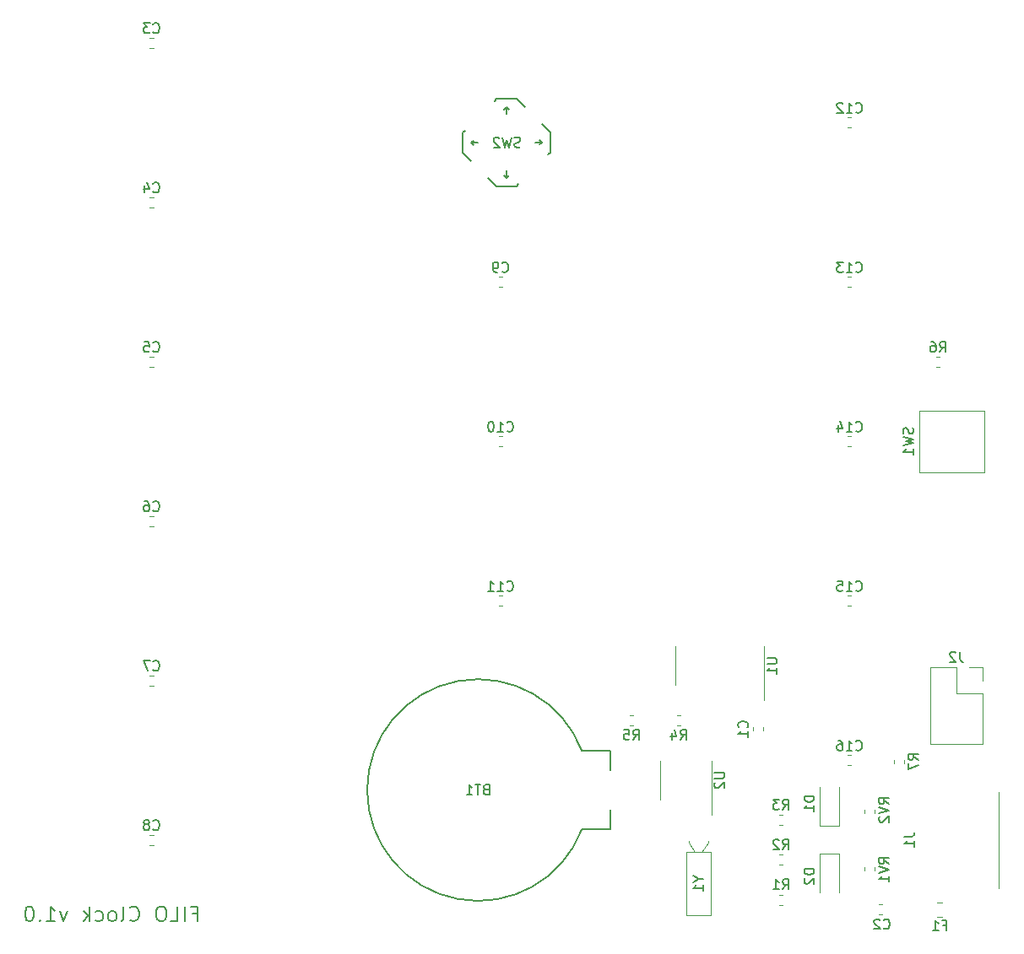
<source format=gbr>
G04 #@! TF.GenerationSoftware,KiCad,Pcbnew,5.1.2*
G04 #@! TF.CreationDate,2019-05-02T23:37:59-04:00*
G04 #@! TF.ProjectId,LED_Bar_Clock_2_Side_SMD,4c45445f-4261-4725-9f43-6c6f636b5f32,rev?*
G04 #@! TF.SameCoordinates,PX2faf080PY2faf080*
G04 #@! TF.FileFunction,Legend,Bot*
G04 #@! TF.FilePolarity,Positive*
%FSLAX46Y46*%
G04 Gerber Fmt 4.6, Leading zero omitted, Abs format (unit mm)*
G04 Created by KiCad (PCBNEW 5.1.2) date 2019-05-02 23:37:59*
%MOMM*%
%LPD*%
G04 APERTURE LIST*
%ADD10C,0.150000*%
%ADD11C,0.120000*%
G04 APERTURE END LIST*
D10*
X19107142Y-97392857D02*
X19607142Y-97392857D01*
X19607142Y-98178571D02*
X19607142Y-96678571D01*
X18892857Y-96678571D01*
X18321428Y-98178571D02*
X18321428Y-96678571D01*
X16892857Y-98178571D02*
X17607142Y-98178571D01*
X17607142Y-96678571D01*
X16107142Y-96678571D02*
X15821428Y-96678571D01*
X15678571Y-96750000D01*
X15535714Y-96892857D01*
X15464285Y-97178571D01*
X15464285Y-97678571D01*
X15535714Y-97964285D01*
X15678571Y-98107142D01*
X15821428Y-98178571D01*
X16107142Y-98178571D01*
X16250000Y-98107142D01*
X16392857Y-97964285D01*
X16464285Y-97678571D01*
X16464285Y-97178571D01*
X16392857Y-96892857D01*
X16250000Y-96750000D01*
X16107142Y-96678571D01*
X12821428Y-98035714D02*
X12892857Y-98107142D01*
X13107142Y-98178571D01*
X13250000Y-98178571D01*
X13464285Y-98107142D01*
X13607142Y-97964285D01*
X13678571Y-97821428D01*
X13750000Y-97535714D01*
X13750000Y-97321428D01*
X13678571Y-97035714D01*
X13607142Y-96892857D01*
X13464285Y-96750000D01*
X13250000Y-96678571D01*
X13107142Y-96678571D01*
X12892857Y-96750000D01*
X12821428Y-96821428D01*
X11964285Y-98178571D02*
X12107142Y-98107142D01*
X12178571Y-97964285D01*
X12178571Y-96678571D01*
X11178571Y-98178571D02*
X11321428Y-98107142D01*
X11392857Y-98035714D01*
X11464285Y-97892857D01*
X11464285Y-97464285D01*
X11392857Y-97321428D01*
X11321428Y-97250000D01*
X11178571Y-97178571D01*
X10964285Y-97178571D01*
X10821428Y-97250000D01*
X10750000Y-97321428D01*
X10678571Y-97464285D01*
X10678571Y-97892857D01*
X10750000Y-98035714D01*
X10821428Y-98107142D01*
X10964285Y-98178571D01*
X11178571Y-98178571D01*
X9392857Y-98107142D02*
X9535714Y-98178571D01*
X9821428Y-98178571D01*
X9964285Y-98107142D01*
X10035714Y-98035714D01*
X10107142Y-97892857D01*
X10107142Y-97464285D01*
X10035714Y-97321428D01*
X9964285Y-97250000D01*
X9821428Y-97178571D01*
X9535714Y-97178571D01*
X9392857Y-97250000D01*
X8750000Y-98178571D02*
X8750000Y-96678571D01*
X8607142Y-97607142D02*
X8178571Y-98178571D01*
X8178571Y-97178571D02*
X8750000Y-97750000D01*
X6535714Y-97178571D02*
X6178571Y-98178571D01*
X5821428Y-97178571D01*
X4464285Y-98178571D02*
X5321428Y-98178571D01*
X4892857Y-98178571D02*
X4892857Y-96678571D01*
X5035714Y-96892857D01*
X5178571Y-97035714D01*
X5321428Y-97107142D01*
X3821428Y-98035714D02*
X3750000Y-98107142D01*
X3821428Y-98178571D01*
X3892857Y-98107142D01*
X3821428Y-98035714D01*
X3821428Y-98178571D01*
X2821428Y-96678571D02*
X2678571Y-96678571D01*
X2535714Y-96750000D01*
X2464285Y-96821428D01*
X2392857Y-96964285D01*
X2321428Y-97250000D01*
X2321428Y-97607142D01*
X2392857Y-97892857D01*
X2464285Y-98035714D01*
X2535714Y-98107142D01*
X2678571Y-98178571D01*
X2821428Y-98178571D01*
X2964285Y-98107142D01*
X3035714Y-98035714D01*
X3107142Y-97892857D01*
X3178571Y-97607142D01*
X3178571Y-97250000D01*
X3107142Y-96964285D01*
X3035714Y-96821428D01*
X2964285Y-96750000D01*
X2821428Y-96678571D01*
D11*
X100000000Y-85180000D02*
X100000000Y-94820000D01*
D10*
X48761522Y-23535534D02*
X49610051Y-24384062D01*
X49610051Y-24384062D02*
X51589949Y-24384062D01*
X51589949Y-24384062D02*
X51802082Y-24171930D01*
X54771930Y-21202082D02*
X54984062Y-20989949D01*
X54984062Y-20989949D02*
X54984062Y-19010051D01*
X54984062Y-19010051D02*
X54135534Y-18161522D01*
X52438478Y-16464466D02*
X51589949Y-15615938D01*
X51589949Y-15615938D02*
X49610051Y-15615938D01*
X49610051Y-15615938D02*
X49397918Y-15828070D01*
X47064466Y-21838478D02*
X46215938Y-20989949D01*
X46215938Y-20989949D02*
X46215938Y-19010051D01*
X46215938Y-19010051D02*
X46428070Y-18797918D01*
X50600000Y-16464466D02*
X50387868Y-16676598D01*
X50600000Y-16464466D02*
X50812132Y-16676598D01*
X50600000Y-16464466D02*
X50600000Y-17171573D01*
X54149034Y-19989024D02*
X53936902Y-20201156D01*
X54149034Y-19989024D02*
X53441927Y-19989024D01*
X54149034Y-19989024D02*
X53936902Y-19776892D01*
X50600000Y-23535534D02*
X50387868Y-23323402D01*
X50600000Y-23535534D02*
X50600000Y-22828427D01*
X47050966Y-20010976D02*
X47263098Y-20223108D01*
X47050966Y-20010976D02*
X47758073Y-20010976D01*
X47050966Y-20010976D02*
X47263098Y-19798844D01*
X50600000Y-23535534D02*
X50812132Y-23323402D01*
X61000000Y-88950000D02*
X61000000Y-87000000D01*
X61000000Y-88950000D02*
X58150000Y-88950000D01*
X61000000Y-81050000D02*
X58150000Y-81050000D01*
X58149998Y-81050000D02*
G75*
G03X58149999Y-88949999I-10399998J-3950000D01*
G01*
X61000000Y-83000000D02*
X61000000Y-81050000D01*
D11*
X76310000Y-78703733D02*
X76310000Y-79046267D01*
X75290000Y-78703733D02*
X75290000Y-79046267D01*
X88296267Y-97510000D02*
X87953733Y-97510000D01*
X88296267Y-96490000D02*
X87953733Y-96490000D01*
X15171267Y-10510000D02*
X14828733Y-10510000D01*
X15171267Y-9490000D02*
X14828733Y-9490000D01*
X15171267Y-25490000D02*
X14828733Y-25490000D01*
X15171267Y-26510000D02*
X14828733Y-26510000D01*
X15171267Y-42510000D02*
X14828733Y-42510000D01*
X15171267Y-41490000D02*
X14828733Y-41490000D01*
X15171267Y-57490000D02*
X14828733Y-57490000D01*
X15171267Y-58510000D02*
X14828733Y-58510000D01*
X15171267Y-74510000D02*
X14828733Y-74510000D01*
X15171267Y-73490000D02*
X14828733Y-73490000D01*
X15171267Y-89490000D02*
X14828733Y-89490000D01*
X15171267Y-90510000D02*
X14828733Y-90510000D01*
X50171267Y-33490000D02*
X49828733Y-33490000D01*
X50171267Y-34510000D02*
X49828733Y-34510000D01*
X50171267Y-50510000D02*
X49828733Y-50510000D01*
X50171267Y-49490000D02*
X49828733Y-49490000D01*
X50171267Y-66510000D02*
X49828733Y-66510000D01*
X50171267Y-65490000D02*
X49828733Y-65490000D01*
X85171267Y-17490000D02*
X84828733Y-17490000D01*
X85171267Y-18510000D02*
X84828733Y-18510000D01*
X85171267Y-34510000D02*
X84828733Y-34510000D01*
X85171267Y-33490000D02*
X84828733Y-33490000D01*
X85171267Y-49490000D02*
X84828733Y-49490000D01*
X85171267Y-50510000D02*
X84828733Y-50510000D01*
X85171267Y-65490000D02*
X84828733Y-65490000D01*
X85171267Y-66510000D02*
X84828733Y-66510000D01*
X85171267Y-82510000D02*
X84828733Y-82510000D01*
X85171267Y-81490000D02*
X84828733Y-81490000D01*
X84000000Y-88600000D02*
X82000000Y-88600000D01*
X82000000Y-88600000D02*
X82000000Y-84700000D01*
X84000000Y-88600000D02*
X84000000Y-84700000D01*
X82000000Y-91400000D02*
X82000000Y-95300000D01*
X84000000Y-91400000D02*
X84000000Y-95300000D01*
X82000000Y-91400000D02*
X84000000Y-91400000D01*
X93803922Y-97710000D02*
X94321078Y-97710000D01*
X93803922Y-96290000D02*
X94321078Y-96290000D01*
X98330000Y-80410000D02*
X93130000Y-80410000D01*
X98330000Y-75270000D02*
X98330000Y-80410000D01*
X93130000Y-72670000D02*
X93130000Y-80410000D01*
X98330000Y-75270000D02*
X95730000Y-75270000D01*
X95730000Y-75270000D02*
X95730000Y-72670000D01*
X95730000Y-72670000D02*
X93130000Y-72670000D01*
X98330000Y-74000000D02*
X98330000Y-72670000D01*
X98330000Y-72670000D02*
X97000000Y-72670000D01*
X77953733Y-96510000D02*
X78296267Y-96510000D01*
X77953733Y-95490000D02*
X78296267Y-95490000D01*
X78296267Y-92510000D02*
X77953733Y-92510000D01*
X78296267Y-91490000D02*
X77953733Y-91490000D01*
X78296267Y-87490000D02*
X77953733Y-87490000D01*
X78296267Y-88510000D02*
X77953733Y-88510000D01*
X68046267Y-78510000D02*
X67703733Y-78510000D01*
X68046267Y-77490000D02*
X67703733Y-77490000D01*
X62953733Y-77490000D02*
X63296267Y-77490000D01*
X62953733Y-78510000D02*
X63296267Y-78510000D01*
X94046267Y-42510000D02*
X93703733Y-42510000D01*
X94046267Y-41490000D02*
X93703733Y-41490000D01*
X89490000Y-82296267D02*
X89490000Y-81953733D01*
X90510000Y-82296267D02*
X90510000Y-81953733D01*
X87510000Y-93046267D02*
X87510000Y-92703733D01*
X86490000Y-93046267D02*
X86490000Y-92703733D01*
X87510000Y-86953733D02*
X87510000Y-87296267D01*
X86490000Y-86953733D02*
X86490000Y-87296267D01*
X98500000Y-46900000D02*
X92000000Y-46900000D01*
X92000000Y-46900000D02*
X92000000Y-53100000D01*
X92000000Y-53100000D02*
X98500000Y-53100000D01*
X98500000Y-53100000D02*
X98500000Y-46900000D01*
X67565000Y-72525000D02*
X67565000Y-70575000D01*
X67565000Y-72525000D02*
X67565000Y-74475000D01*
X76435000Y-72525000D02*
X76435000Y-70575000D01*
X76435000Y-72525000D02*
X76435000Y-75975000D01*
X71160000Y-84000000D02*
X71160000Y-87450000D01*
X71160000Y-84000000D02*
X71160000Y-82050000D01*
X66040000Y-84000000D02*
X66040000Y-85950000D01*
X66040000Y-84000000D02*
X66040000Y-82050000D01*
X68900000Y-90300000D02*
X68900000Y-90100000D01*
X69500000Y-91200000D02*
X68900000Y-90300000D01*
X70800000Y-90300000D02*
X70800000Y-90100000D01*
X70200000Y-91200000D02*
X70800000Y-90300000D01*
X68650000Y-91200000D02*
X71050000Y-91200000D01*
X68650000Y-97600000D02*
X68650000Y-91200000D01*
X71050000Y-97600000D02*
X68650000Y-97600000D01*
X71050000Y-91200000D02*
X71050000Y-97600000D01*
D10*
X90502380Y-89666666D02*
X91216666Y-89666666D01*
X91359523Y-89619047D01*
X91454761Y-89523809D01*
X91502380Y-89380952D01*
X91502380Y-89285714D01*
X91502380Y-90666666D02*
X91502380Y-90095238D01*
X91502380Y-90380952D02*
X90502380Y-90380952D01*
X90645238Y-90285714D01*
X90740476Y-90190476D01*
X90788095Y-90095238D01*
X51975759Y-20447187D02*
X51832902Y-20494806D01*
X51594806Y-20494806D01*
X51499568Y-20447187D01*
X51451949Y-20399568D01*
X51404330Y-20304330D01*
X51404330Y-20209092D01*
X51451949Y-20113854D01*
X51499568Y-20066235D01*
X51594806Y-20018616D01*
X51785283Y-19970997D01*
X51880521Y-19923378D01*
X51928140Y-19875759D01*
X51975759Y-19780521D01*
X51975759Y-19685283D01*
X51928140Y-19590045D01*
X51880521Y-19542426D01*
X51785283Y-19494806D01*
X51547187Y-19494806D01*
X51404330Y-19542426D01*
X51070997Y-19494806D02*
X50832902Y-20494806D01*
X50642426Y-19780521D01*
X50451949Y-20494806D01*
X50213854Y-19494806D01*
X49880521Y-19590045D02*
X49832902Y-19542426D01*
X49737664Y-19494806D01*
X49499568Y-19494806D01*
X49404330Y-19542426D01*
X49356711Y-19590045D01*
X49309092Y-19685283D01*
X49309092Y-19780521D01*
X49356711Y-19923378D01*
X49928140Y-20494806D01*
X49309092Y-20494806D01*
X48535714Y-84928571D02*
X48392857Y-84976190D01*
X48345238Y-85023809D01*
X48297619Y-85119047D01*
X48297619Y-85261904D01*
X48345238Y-85357142D01*
X48392857Y-85404761D01*
X48488095Y-85452380D01*
X48869047Y-85452380D01*
X48869047Y-84452380D01*
X48535714Y-84452380D01*
X48440476Y-84500000D01*
X48392857Y-84547619D01*
X48345238Y-84642857D01*
X48345238Y-84738095D01*
X48392857Y-84833333D01*
X48440476Y-84880952D01*
X48535714Y-84928571D01*
X48869047Y-84928571D01*
X48011904Y-84452380D02*
X47440476Y-84452380D01*
X47726190Y-85452380D02*
X47726190Y-84452380D01*
X46583333Y-85452380D02*
X47154761Y-85452380D01*
X46869047Y-85452380D02*
X46869047Y-84452380D01*
X46964285Y-84595238D01*
X47059523Y-84690476D01*
X47154761Y-84738095D01*
X74727142Y-78708333D02*
X74774761Y-78660714D01*
X74822380Y-78517857D01*
X74822380Y-78422619D01*
X74774761Y-78279761D01*
X74679523Y-78184523D01*
X74584285Y-78136904D01*
X74393809Y-78089285D01*
X74250952Y-78089285D01*
X74060476Y-78136904D01*
X73965238Y-78184523D01*
X73870000Y-78279761D01*
X73822380Y-78422619D01*
X73822380Y-78517857D01*
X73870000Y-78660714D01*
X73917619Y-78708333D01*
X74822380Y-79660714D02*
X74822380Y-79089285D01*
X74822380Y-79375000D02*
X73822380Y-79375000D01*
X73965238Y-79279761D01*
X74060476Y-79184523D01*
X74108095Y-79089285D01*
X88416666Y-98857142D02*
X88464285Y-98904761D01*
X88607142Y-98952380D01*
X88702380Y-98952380D01*
X88845238Y-98904761D01*
X88940476Y-98809523D01*
X88988095Y-98714285D01*
X89035714Y-98523809D01*
X89035714Y-98380952D01*
X88988095Y-98190476D01*
X88940476Y-98095238D01*
X88845238Y-98000000D01*
X88702380Y-97952380D01*
X88607142Y-97952380D01*
X88464285Y-98000000D01*
X88416666Y-98047619D01*
X88035714Y-98047619D02*
X87988095Y-98000000D01*
X87892857Y-97952380D01*
X87654761Y-97952380D01*
X87559523Y-98000000D01*
X87511904Y-98047619D01*
X87464285Y-98142857D01*
X87464285Y-98238095D01*
X87511904Y-98380952D01*
X88083333Y-98952380D01*
X87464285Y-98952380D01*
X15166666Y-8927142D02*
X15214285Y-8974761D01*
X15357142Y-9022380D01*
X15452380Y-9022380D01*
X15595238Y-8974761D01*
X15690476Y-8879523D01*
X15738095Y-8784285D01*
X15785714Y-8593809D01*
X15785714Y-8450952D01*
X15738095Y-8260476D01*
X15690476Y-8165238D01*
X15595238Y-8070000D01*
X15452380Y-8022380D01*
X15357142Y-8022380D01*
X15214285Y-8070000D01*
X15166666Y-8117619D01*
X14833333Y-8022380D02*
X14214285Y-8022380D01*
X14547619Y-8403333D01*
X14404761Y-8403333D01*
X14309523Y-8450952D01*
X14261904Y-8498571D01*
X14214285Y-8593809D01*
X14214285Y-8831904D01*
X14261904Y-8927142D01*
X14309523Y-8974761D01*
X14404761Y-9022380D01*
X14690476Y-9022380D01*
X14785714Y-8974761D01*
X14833333Y-8927142D01*
X15166666Y-24927142D02*
X15214285Y-24974761D01*
X15357142Y-25022380D01*
X15452380Y-25022380D01*
X15595238Y-24974761D01*
X15690476Y-24879523D01*
X15738095Y-24784285D01*
X15785714Y-24593809D01*
X15785714Y-24450952D01*
X15738095Y-24260476D01*
X15690476Y-24165238D01*
X15595238Y-24070000D01*
X15452380Y-24022380D01*
X15357142Y-24022380D01*
X15214285Y-24070000D01*
X15166666Y-24117619D01*
X14309523Y-24355714D02*
X14309523Y-25022380D01*
X14547619Y-23974761D02*
X14785714Y-24689047D01*
X14166666Y-24689047D01*
X15166666Y-40927142D02*
X15214285Y-40974761D01*
X15357142Y-41022380D01*
X15452380Y-41022380D01*
X15595238Y-40974761D01*
X15690476Y-40879523D01*
X15738095Y-40784285D01*
X15785714Y-40593809D01*
X15785714Y-40450952D01*
X15738095Y-40260476D01*
X15690476Y-40165238D01*
X15595238Y-40070000D01*
X15452380Y-40022380D01*
X15357142Y-40022380D01*
X15214285Y-40070000D01*
X15166666Y-40117619D01*
X14261904Y-40022380D02*
X14738095Y-40022380D01*
X14785714Y-40498571D01*
X14738095Y-40450952D01*
X14642857Y-40403333D01*
X14404761Y-40403333D01*
X14309523Y-40450952D01*
X14261904Y-40498571D01*
X14214285Y-40593809D01*
X14214285Y-40831904D01*
X14261904Y-40927142D01*
X14309523Y-40974761D01*
X14404761Y-41022380D01*
X14642857Y-41022380D01*
X14738095Y-40974761D01*
X14785714Y-40927142D01*
X15166666Y-56927142D02*
X15214285Y-56974761D01*
X15357142Y-57022380D01*
X15452380Y-57022380D01*
X15595238Y-56974761D01*
X15690476Y-56879523D01*
X15738095Y-56784285D01*
X15785714Y-56593809D01*
X15785714Y-56450952D01*
X15738095Y-56260476D01*
X15690476Y-56165238D01*
X15595238Y-56070000D01*
X15452380Y-56022380D01*
X15357142Y-56022380D01*
X15214285Y-56070000D01*
X15166666Y-56117619D01*
X14309523Y-56022380D02*
X14500000Y-56022380D01*
X14595238Y-56070000D01*
X14642857Y-56117619D01*
X14738095Y-56260476D01*
X14785714Y-56450952D01*
X14785714Y-56831904D01*
X14738095Y-56927142D01*
X14690476Y-56974761D01*
X14595238Y-57022380D01*
X14404761Y-57022380D01*
X14309523Y-56974761D01*
X14261904Y-56927142D01*
X14214285Y-56831904D01*
X14214285Y-56593809D01*
X14261904Y-56498571D01*
X14309523Y-56450952D01*
X14404761Y-56403333D01*
X14595238Y-56403333D01*
X14690476Y-56450952D01*
X14738095Y-56498571D01*
X14785714Y-56593809D01*
X15166666Y-72927142D02*
X15214285Y-72974761D01*
X15357142Y-73022380D01*
X15452380Y-73022380D01*
X15595238Y-72974761D01*
X15690476Y-72879523D01*
X15738095Y-72784285D01*
X15785714Y-72593809D01*
X15785714Y-72450952D01*
X15738095Y-72260476D01*
X15690476Y-72165238D01*
X15595238Y-72070000D01*
X15452380Y-72022380D01*
X15357142Y-72022380D01*
X15214285Y-72070000D01*
X15166666Y-72117619D01*
X14833333Y-72022380D02*
X14166666Y-72022380D01*
X14595238Y-73022380D01*
X15166666Y-88927142D02*
X15214285Y-88974761D01*
X15357142Y-89022380D01*
X15452380Y-89022380D01*
X15595238Y-88974761D01*
X15690476Y-88879523D01*
X15738095Y-88784285D01*
X15785714Y-88593809D01*
X15785714Y-88450952D01*
X15738095Y-88260476D01*
X15690476Y-88165238D01*
X15595238Y-88070000D01*
X15452380Y-88022380D01*
X15357142Y-88022380D01*
X15214285Y-88070000D01*
X15166666Y-88117619D01*
X14595238Y-88450952D02*
X14690476Y-88403333D01*
X14738095Y-88355714D01*
X14785714Y-88260476D01*
X14785714Y-88212857D01*
X14738095Y-88117619D01*
X14690476Y-88070000D01*
X14595238Y-88022380D01*
X14404761Y-88022380D01*
X14309523Y-88070000D01*
X14261904Y-88117619D01*
X14214285Y-88212857D01*
X14214285Y-88260476D01*
X14261904Y-88355714D01*
X14309523Y-88403333D01*
X14404761Y-88450952D01*
X14595238Y-88450952D01*
X14690476Y-88498571D01*
X14738095Y-88546190D01*
X14785714Y-88641428D01*
X14785714Y-88831904D01*
X14738095Y-88927142D01*
X14690476Y-88974761D01*
X14595238Y-89022380D01*
X14404761Y-89022380D01*
X14309523Y-88974761D01*
X14261904Y-88927142D01*
X14214285Y-88831904D01*
X14214285Y-88641428D01*
X14261904Y-88546190D01*
X14309523Y-88498571D01*
X14404761Y-88450952D01*
X50166666Y-32927142D02*
X50214285Y-32974761D01*
X50357142Y-33022380D01*
X50452380Y-33022380D01*
X50595238Y-32974761D01*
X50690476Y-32879523D01*
X50738095Y-32784285D01*
X50785714Y-32593809D01*
X50785714Y-32450952D01*
X50738095Y-32260476D01*
X50690476Y-32165238D01*
X50595238Y-32070000D01*
X50452380Y-32022380D01*
X50357142Y-32022380D01*
X50214285Y-32070000D01*
X50166666Y-32117619D01*
X49690476Y-33022380D02*
X49500000Y-33022380D01*
X49404761Y-32974761D01*
X49357142Y-32927142D01*
X49261904Y-32784285D01*
X49214285Y-32593809D01*
X49214285Y-32212857D01*
X49261904Y-32117619D01*
X49309523Y-32070000D01*
X49404761Y-32022380D01*
X49595238Y-32022380D01*
X49690476Y-32070000D01*
X49738095Y-32117619D01*
X49785714Y-32212857D01*
X49785714Y-32450952D01*
X49738095Y-32546190D01*
X49690476Y-32593809D01*
X49595238Y-32641428D01*
X49404761Y-32641428D01*
X49309523Y-32593809D01*
X49261904Y-32546190D01*
X49214285Y-32450952D01*
X50642857Y-48927142D02*
X50690476Y-48974761D01*
X50833333Y-49022380D01*
X50928571Y-49022380D01*
X51071428Y-48974761D01*
X51166666Y-48879523D01*
X51214285Y-48784285D01*
X51261904Y-48593809D01*
X51261904Y-48450952D01*
X51214285Y-48260476D01*
X51166666Y-48165238D01*
X51071428Y-48070000D01*
X50928571Y-48022380D01*
X50833333Y-48022380D01*
X50690476Y-48070000D01*
X50642857Y-48117619D01*
X49690476Y-49022380D02*
X50261904Y-49022380D01*
X49976190Y-49022380D02*
X49976190Y-48022380D01*
X50071428Y-48165238D01*
X50166666Y-48260476D01*
X50261904Y-48308095D01*
X49071428Y-48022380D02*
X48976190Y-48022380D01*
X48880952Y-48070000D01*
X48833333Y-48117619D01*
X48785714Y-48212857D01*
X48738095Y-48403333D01*
X48738095Y-48641428D01*
X48785714Y-48831904D01*
X48833333Y-48927142D01*
X48880952Y-48974761D01*
X48976190Y-49022380D01*
X49071428Y-49022380D01*
X49166666Y-48974761D01*
X49214285Y-48927142D01*
X49261904Y-48831904D01*
X49309523Y-48641428D01*
X49309523Y-48403333D01*
X49261904Y-48212857D01*
X49214285Y-48117619D01*
X49166666Y-48070000D01*
X49071428Y-48022380D01*
X50642857Y-64927142D02*
X50690476Y-64974761D01*
X50833333Y-65022380D01*
X50928571Y-65022380D01*
X51071428Y-64974761D01*
X51166666Y-64879523D01*
X51214285Y-64784285D01*
X51261904Y-64593809D01*
X51261904Y-64450952D01*
X51214285Y-64260476D01*
X51166666Y-64165238D01*
X51071428Y-64070000D01*
X50928571Y-64022380D01*
X50833333Y-64022380D01*
X50690476Y-64070000D01*
X50642857Y-64117619D01*
X49690476Y-65022380D02*
X50261904Y-65022380D01*
X49976190Y-65022380D02*
X49976190Y-64022380D01*
X50071428Y-64165238D01*
X50166666Y-64260476D01*
X50261904Y-64308095D01*
X48738095Y-65022380D02*
X49309523Y-65022380D01*
X49023809Y-65022380D02*
X49023809Y-64022380D01*
X49119047Y-64165238D01*
X49214285Y-64260476D01*
X49309523Y-64308095D01*
X85642857Y-16927142D02*
X85690476Y-16974761D01*
X85833333Y-17022380D01*
X85928571Y-17022380D01*
X86071428Y-16974761D01*
X86166666Y-16879523D01*
X86214285Y-16784285D01*
X86261904Y-16593809D01*
X86261904Y-16450952D01*
X86214285Y-16260476D01*
X86166666Y-16165238D01*
X86071428Y-16070000D01*
X85928571Y-16022380D01*
X85833333Y-16022380D01*
X85690476Y-16070000D01*
X85642857Y-16117619D01*
X84690476Y-17022380D02*
X85261904Y-17022380D01*
X84976190Y-17022380D02*
X84976190Y-16022380D01*
X85071428Y-16165238D01*
X85166666Y-16260476D01*
X85261904Y-16308095D01*
X84309523Y-16117619D02*
X84261904Y-16070000D01*
X84166666Y-16022380D01*
X83928571Y-16022380D01*
X83833333Y-16070000D01*
X83785714Y-16117619D01*
X83738095Y-16212857D01*
X83738095Y-16308095D01*
X83785714Y-16450952D01*
X84357142Y-17022380D01*
X83738095Y-17022380D01*
X85642857Y-32927142D02*
X85690476Y-32974761D01*
X85833333Y-33022380D01*
X85928571Y-33022380D01*
X86071428Y-32974761D01*
X86166666Y-32879523D01*
X86214285Y-32784285D01*
X86261904Y-32593809D01*
X86261904Y-32450952D01*
X86214285Y-32260476D01*
X86166666Y-32165238D01*
X86071428Y-32070000D01*
X85928571Y-32022380D01*
X85833333Y-32022380D01*
X85690476Y-32070000D01*
X85642857Y-32117619D01*
X84690476Y-33022380D02*
X85261904Y-33022380D01*
X84976190Y-33022380D02*
X84976190Y-32022380D01*
X85071428Y-32165238D01*
X85166666Y-32260476D01*
X85261904Y-32308095D01*
X84357142Y-32022380D02*
X83738095Y-32022380D01*
X84071428Y-32403333D01*
X83928571Y-32403333D01*
X83833333Y-32450952D01*
X83785714Y-32498571D01*
X83738095Y-32593809D01*
X83738095Y-32831904D01*
X83785714Y-32927142D01*
X83833333Y-32974761D01*
X83928571Y-33022380D01*
X84214285Y-33022380D01*
X84309523Y-32974761D01*
X84357142Y-32927142D01*
X85642857Y-48927142D02*
X85690476Y-48974761D01*
X85833333Y-49022380D01*
X85928571Y-49022380D01*
X86071428Y-48974761D01*
X86166666Y-48879523D01*
X86214285Y-48784285D01*
X86261904Y-48593809D01*
X86261904Y-48450952D01*
X86214285Y-48260476D01*
X86166666Y-48165238D01*
X86071428Y-48070000D01*
X85928571Y-48022380D01*
X85833333Y-48022380D01*
X85690476Y-48070000D01*
X85642857Y-48117619D01*
X84690476Y-49022380D02*
X85261904Y-49022380D01*
X84976190Y-49022380D02*
X84976190Y-48022380D01*
X85071428Y-48165238D01*
X85166666Y-48260476D01*
X85261904Y-48308095D01*
X83833333Y-48355714D02*
X83833333Y-49022380D01*
X84071428Y-47974761D02*
X84309523Y-48689047D01*
X83690476Y-48689047D01*
X85642857Y-64927142D02*
X85690476Y-64974761D01*
X85833333Y-65022380D01*
X85928571Y-65022380D01*
X86071428Y-64974761D01*
X86166666Y-64879523D01*
X86214285Y-64784285D01*
X86261904Y-64593809D01*
X86261904Y-64450952D01*
X86214285Y-64260476D01*
X86166666Y-64165238D01*
X86071428Y-64070000D01*
X85928571Y-64022380D01*
X85833333Y-64022380D01*
X85690476Y-64070000D01*
X85642857Y-64117619D01*
X84690476Y-65022380D02*
X85261904Y-65022380D01*
X84976190Y-65022380D02*
X84976190Y-64022380D01*
X85071428Y-64165238D01*
X85166666Y-64260476D01*
X85261904Y-64308095D01*
X83785714Y-64022380D02*
X84261904Y-64022380D01*
X84309523Y-64498571D01*
X84261904Y-64450952D01*
X84166666Y-64403333D01*
X83928571Y-64403333D01*
X83833333Y-64450952D01*
X83785714Y-64498571D01*
X83738095Y-64593809D01*
X83738095Y-64831904D01*
X83785714Y-64927142D01*
X83833333Y-64974761D01*
X83928571Y-65022380D01*
X84166666Y-65022380D01*
X84261904Y-64974761D01*
X84309523Y-64927142D01*
X85642857Y-80927142D02*
X85690476Y-80974761D01*
X85833333Y-81022380D01*
X85928571Y-81022380D01*
X86071428Y-80974761D01*
X86166666Y-80879523D01*
X86214285Y-80784285D01*
X86261904Y-80593809D01*
X86261904Y-80450952D01*
X86214285Y-80260476D01*
X86166666Y-80165238D01*
X86071428Y-80070000D01*
X85928571Y-80022380D01*
X85833333Y-80022380D01*
X85690476Y-80070000D01*
X85642857Y-80117619D01*
X84690476Y-81022380D02*
X85261904Y-81022380D01*
X84976190Y-81022380D02*
X84976190Y-80022380D01*
X85071428Y-80165238D01*
X85166666Y-80260476D01*
X85261904Y-80308095D01*
X83833333Y-80022380D02*
X84023809Y-80022380D01*
X84119047Y-80070000D01*
X84166666Y-80117619D01*
X84261904Y-80260476D01*
X84309523Y-80450952D01*
X84309523Y-80831904D01*
X84261904Y-80927142D01*
X84214285Y-80974761D01*
X84119047Y-81022380D01*
X83928571Y-81022380D01*
X83833333Y-80974761D01*
X83785714Y-80927142D01*
X83738095Y-80831904D01*
X83738095Y-80593809D01*
X83785714Y-80498571D01*
X83833333Y-80450952D01*
X83928571Y-80403333D01*
X84119047Y-80403333D01*
X84214285Y-80450952D01*
X84261904Y-80498571D01*
X84309523Y-80593809D01*
X81452380Y-85611904D02*
X80452380Y-85611904D01*
X80452380Y-85850000D01*
X80500000Y-85992857D01*
X80595238Y-86088095D01*
X80690476Y-86135714D01*
X80880952Y-86183333D01*
X81023809Y-86183333D01*
X81214285Y-86135714D01*
X81309523Y-86088095D01*
X81404761Y-85992857D01*
X81452380Y-85850000D01*
X81452380Y-85611904D01*
X81452380Y-87135714D02*
X81452380Y-86564285D01*
X81452380Y-86850000D02*
X80452380Y-86850000D01*
X80595238Y-86754761D01*
X80690476Y-86659523D01*
X80738095Y-86564285D01*
X81452380Y-92911904D02*
X80452380Y-92911904D01*
X80452380Y-93150000D01*
X80500000Y-93292857D01*
X80595238Y-93388095D01*
X80690476Y-93435714D01*
X80880952Y-93483333D01*
X81023809Y-93483333D01*
X81214285Y-93435714D01*
X81309523Y-93388095D01*
X81404761Y-93292857D01*
X81452380Y-93150000D01*
X81452380Y-92911904D01*
X80547619Y-93864285D02*
X80500000Y-93911904D01*
X80452380Y-94007142D01*
X80452380Y-94245238D01*
X80500000Y-94340476D01*
X80547619Y-94388095D01*
X80642857Y-94435714D01*
X80738095Y-94435714D01*
X80880952Y-94388095D01*
X81452380Y-93816666D01*
X81452380Y-94435714D01*
X94395833Y-98578571D02*
X94729166Y-98578571D01*
X94729166Y-99102380D02*
X94729166Y-98102380D01*
X94252976Y-98102380D01*
X93348214Y-99102380D02*
X93919642Y-99102380D01*
X93633928Y-99102380D02*
X93633928Y-98102380D01*
X93729166Y-98245238D01*
X93824404Y-98340476D01*
X93919642Y-98388095D01*
X96063333Y-71122380D02*
X96063333Y-71836666D01*
X96110952Y-71979523D01*
X96206190Y-72074761D01*
X96349047Y-72122380D01*
X96444285Y-72122380D01*
X95634761Y-71217619D02*
X95587142Y-71170000D01*
X95491904Y-71122380D01*
X95253809Y-71122380D01*
X95158571Y-71170000D01*
X95110952Y-71217619D01*
X95063333Y-71312857D01*
X95063333Y-71408095D01*
X95110952Y-71550952D01*
X95682380Y-72122380D01*
X95063333Y-72122380D01*
X78291666Y-94952380D02*
X78625000Y-94476190D01*
X78863095Y-94952380D02*
X78863095Y-93952380D01*
X78482142Y-93952380D01*
X78386904Y-94000000D01*
X78339285Y-94047619D01*
X78291666Y-94142857D01*
X78291666Y-94285714D01*
X78339285Y-94380952D01*
X78386904Y-94428571D01*
X78482142Y-94476190D01*
X78863095Y-94476190D01*
X77339285Y-94952380D02*
X77910714Y-94952380D01*
X77625000Y-94952380D02*
X77625000Y-93952380D01*
X77720238Y-94095238D01*
X77815476Y-94190476D01*
X77910714Y-94238095D01*
X78291666Y-90952380D02*
X78625000Y-90476190D01*
X78863095Y-90952380D02*
X78863095Y-89952380D01*
X78482142Y-89952380D01*
X78386904Y-90000000D01*
X78339285Y-90047619D01*
X78291666Y-90142857D01*
X78291666Y-90285714D01*
X78339285Y-90380952D01*
X78386904Y-90428571D01*
X78482142Y-90476190D01*
X78863095Y-90476190D01*
X77910714Y-90047619D02*
X77863095Y-90000000D01*
X77767857Y-89952380D01*
X77529761Y-89952380D01*
X77434523Y-90000000D01*
X77386904Y-90047619D01*
X77339285Y-90142857D01*
X77339285Y-90238095D01*
X77386904Y-90380952D01*
X77958333Y-90952380D01*
X77339285Y-90952380D01*
X78291666Y-86952380D02*
X78625000Y-86476190D01*
X78863095Y-86952380D02*
X78863095Y-85952380D01*
X78482142Y-85952380D01*
X78386904Y-86000000D01*
X78339285Y-86047619D01*
X78291666Y-86142857D01*
X78291666Y-86285714D01*
X78339285Y-86380952D01*
X78386904Y-86428571D01*
X78482142Y-86476190D01*
X78863095Y-86476190D01*
X77958333Y-85952380D02*
X77339285Y-85952380D01*
X77672619Y-86333333D01*
X77529761Y-86333333D01*
X77434523Y-86380952D01*
X77386904Y-86428571D01*
X77339285Y-86523809D01*
X77339285Y-86761904D01*
X77386904Y-86857142D01*
X77434523Y-86904761D01*
X77529761Y-86952380D01*
X77815476Y-86952380D01*
X77910714Y-86904761D01*
X77958333Y-86857142D01*
X68041666Y-79952380D02*
X68375000Y-79476190D01*
X68613095Y-79952380D02*
X68613095Y-78952380D01*
X68232142Y-78952380D01*
X68136904Y-79000000D01*
X68089285Y-79047619D01*
X68041666Y-79142857D01*
X68041666Y-79285714D01*
X68089285Y-79380952D01*
X68136904Y-79428571D01*
X68232142Y-79476190D01*
X68613095Y-79476190D01*
X67184523Y-79285714D02*
X67184523Y-79952380D01*
X67422619Y-78904761D02*
X67660714Y-79619047D01*
X67041666Y-79619047D01*
X63291666Y-79952380D02*
X63625000Y-79476190D01*
X63863095Y-79952380D02*
X63863095Y-78952380D01*
X63482142Y-78952380D01*
X63386904Y-79000000D01*
X63339285Y-79047619D01*
X63291666Y-79142857D01*
X63291666Y-79285714D01*
X63339285Y-79380952D01*
X63386904Y-79428571D01*
X63482142Y-79476190D01*
X63863095Y-79476190D01*
X62386904Y-78952380D02*
X62863095Y-78952380D01*
X62910714Y-79428571D01*
X62863095Y-79380952D01*
X62767857Y-79333333D01*
X62529761Y-79333333D01*
X62434523Y-79380952D01*
X62386904Y-79428571D01*
X62339285Y-79523809D01*
X62339285Y-79761904D01*
X62386904Y-79857142D01*
X62434523Y-79904761D01*
X62529761Y-79952380D01*
X62767857Y-79952380D01*
X62863095Y-79904761D01*
X62910714Y-79857142D01*
X94041666Y-41022380D02*
X94375000Y-40546190D01*
X94613095Y-41022380D02*
X94613095Y-40022380D01*
X94232142Y-40022380D01*
X94136904Y-40070000D01*
X94089285Y-40117619D01*
X94041666Y-40212857D01*
X94041666Y-40355714D01*
X94089285Y-40450952D01*
X94136904Y-40498571D01*
X94232142Y-40546190D01*
X94613095Y-40546190D01*
X93184523Y-40022380D02*
X93375000Y-40022380D01*
X93470238Y-40070000D01*
X93517857Y-40117619D01*
X93613095Y-40260476D01*
X93660714Y-40450952D01*
X93660714Y-40831904D01*
X93613095Y-40927142D01*
X93565476Y-40974761D01*
X93470238Y-41022380D01*
X93279761Y-41022380D01*
X93184523Y-40974761D01*
X93136904Y-40927142D01*
X93089285Y-40831904D01*
X93089285Y-40593809D01*
X93136904Y-40498571D01*
X93184523Y-40450952D01*
X93279761Y-40403333D01*
X93470238Y-40403333D01*
X93565476Y-40450952D01*
X93613095Y-40498571D01*
X93660714Y-40593809D01*
X91882380Y-81958333D02*
X91406190Y-81625000D01*
X91882380Y-81386904D02*
X90882380Y-81386904D01*
X90882380Y-81767857D01*
X90930000Y-81863095D01*
X90977619Y-81910714D01*
X91072857Y-81958333D01*
X91215714Y-81958333D01*
X91310952Y-81910714D01*
X91358571Y-81863095D01*
X91406190Y-81767857D01*
X91406190Y-81386904D01*
X90882380Y-82291666D02*
X90882380Y-82958333D01*
X91882380Y-82529761D01*
X88952380Y-92404761D02*
X88476190Y-92071428D01*
X88952380Y-91833333D02*
X87952380Y-91833333D01*
X87952380Y-92214285D01*
X88000000Y-92309523D01*
X88047619Y-92357142D01*
X88142857Y-92404761D01*
X88285714Y-92404761D01*
X88380952Y-92357142D01*
X88428571Y-92309523D01*
X88476190Y-92214285D01*
X88476190Y-91833333D01*
X87952380Y-92690476D02*
X88952380Y-93023809D01*
X87952380Y-93357142D01*
X88952380Y-94214285D02*
X88952380Y-93642857D01*
X88952380Y-93928571D02*
X87952380Y-93928571D01*
X88095238Y-93833333D01*
X88190476Y-93738095D01*
X88238095Y-93642857D01*
X88952380Y-86404761D02*
X88476190Y-86071428D01*
X88952380Y-85833333D02*
X87952380Y-85833333D01*
X87952380Y-86214285D01*
X88000000Y-86309523D01*
X88047619Y-86357142D01*
X88142857Y-86404761D01*
X88285714Y-86404761D01*
X88380952Y-86357142D01*
X88428571Y-86309523D01*
X88476190Y-86214285D01*
X88476190Y-85833333D01*
X87952380Y-86690476D02*
X88952380Y-87023809D01*
X87952380Y-87357142D01*
X88047619Y-87642857D02*
X88000000Y-87690476D01*
X87952380Y-87785714D01*
X87952380Y-88023809D01*
X88000000Y-88119047D01*
X88047619Y-88166666D01*
X88142857Y-88214285D01*
X88238095Y-88214285D01*
X88380952Y-88166666D01*
X88952380Y-87595238D01*
X88952380Y-88214285D01*
X91336761Y-48666666D02*
X91384380Y-48809523D01*
X91384380Y-49047619D01*
X91336761Y-49142857D01*
X91289142Y-49190476D01*
X91193904Y-49238095D01*
X91098666Y-49238095D01*
X91003428Y-49190476D01*
X90955809Y-49142857D01*
X90908190Y-49047619D01*
X90860571Y-48857142D01*
X90812952Y-48761904D01*
X90765333Y-48714285D01*
X90670095Y-48666666D01*
X90574857Y-48666666D01*
X90479619Y-48714285D01*
X90432000Y-48761904D01*
X90384380Y-48857142D01*
X90384380Y-49095238D01*
X90432000Y-49238095D01*
X90384380Y-49571428D02*
X91384380Y-49809523D01*
X90670095Y-50000000D01*
X91384380Y-50190476D01*
X90384380Y-50428571D01*
X91384380Y-51333333D02*
X91384380Y-50761904D01*
X91384380Y-51047619D02*
X90384380Y-51047619D01*
X90527238Y-50952380D01*
X90622476Y-50857142D01*
X90670095Y-50761904D01*
X76732380Y-71763095D02*
X77541904Y-71763095D01*
X77637142Y-71810714D01*
X77684761Y-71858333D01*
X77732380Y-71953571D01*
X77732380Y-72144047D01*
X77684761Y-72239285D01*
X77637142Y-72286904D01*
X77541904Y-72334523D01*
X76732380Y-72334523D01*
X77732380Y-73334523D02*
X77732380Y-72763095D01*
X77732380Y-73048809D02*
X76732380Y-73048809D01*
X76875238Y-72953571D01*
X76970476Y-72858333D01*
X77018095Y-72763095D01*
X71452380Y-83238095D02*
X72261904Y-83238095D01*
X72357142Y-83285714D01*
X72404761Y-83333333D01*
X72452380Y-83428571D01*
X72452380Y-83619047D01*
X72404761Y-83714285D01*
X72357142Y-83761904D01*
X72261904Y-83809523D01*
X71452380Y-83809523D01*
X71547619Y-84238095D02*
X71500000Y-84285714D01*
X71452380Y-84380952D01*
X71452380Y-84619047D01*
X71500000Y-84714285D01*
X71547619Y-84761904D01*
X71642857Y-84809523D01*
X71738095Y-84809523D01*
X71880952Y-84761904D01*
X72452380Y-84190476D01*
X72452380Y-84809523D01*
X69876190Y-93923809D02*
X70352380Y-93923809D01*
X69352380Y-93590476D02*
X69876190Y-93923809D01*
X69352380Y-94257142D01*
X70352380Y-95114285D02*
X70352380Y-94542857D01*
X70352380Y-94828571D02*
X69352380Y-94828571D01*
X69495238Y-94733333D01*
X69590476Y-94638095D01*
X69638095Y-94542857D01*
M02*

</source>
